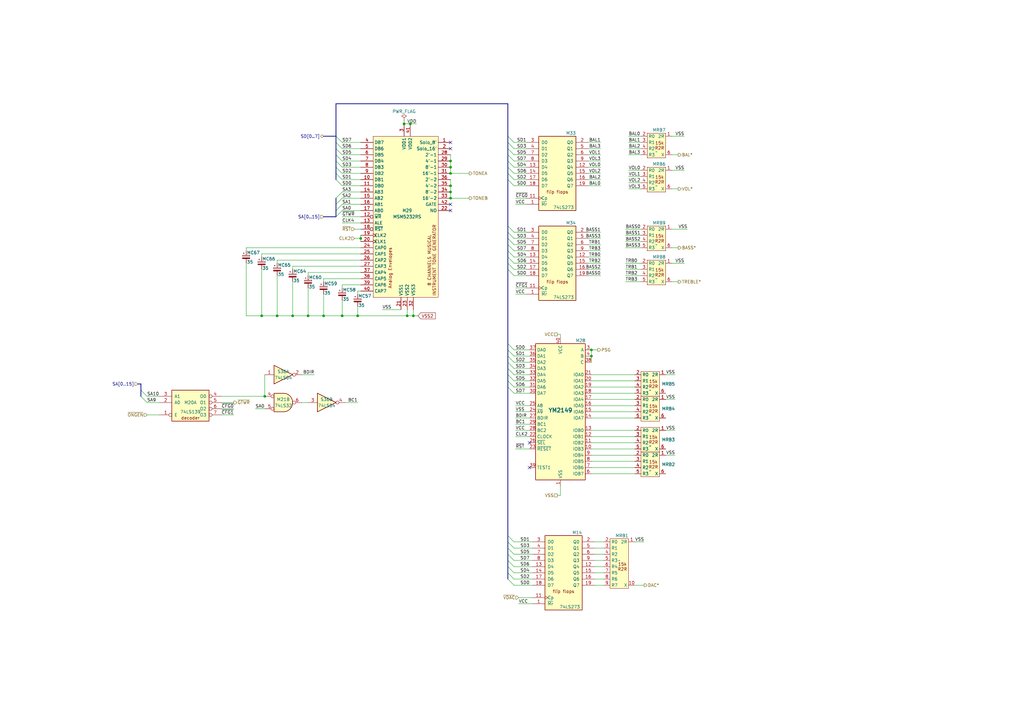
<source format=kicad_sch>
(kicad_sch (version 20231120) (generator "eeschema") (generator_version "8.0")
  (paper "A3")
  (title_block (title "Sound Generators") (date "2024-11-16") (company "JOTEGO") (comment 1 "www.patreon.com/jotego") (comment 2 "José Tejada"))
  (lib_symbols
    (symbol "Audio:YM2149"
      (property "Reference" "U" (at -10.16 29.21 0))
      (property "Value" "YM2149" (at 3.81 29.21 0))
      (symbol "YM2149_0_1"
        (rectangle (start -10.16 27.94) (end 10.16 -27.94) (stroke (width 0.254)) (fill (type background)))
      )
      (symbol "YM2149_1_1"
        (pin power_in line (at 0 -30.48 90) (length 2.54) (name "VSS") (number "1"))
        (pin bidirectional line (at 12.7 -15.24 180) (length 2.54) (name "IOB3") (number "10"))
        (pin bidirectional line (at 12.7 -12.7 180) (length 2.54) (name "IOB2") (number "11"))
        (pin bidirectional line (at 12.7 -10.16 180) (length 2.54) (name "IOB1") (number "12"))
        (pin bidirectional line (at 12.7 -7.62 180) (length 2.54) (name "IOB0") (number "13"))
        (pin bidirectional line (at 12.7 -2.54 180) (length 2.54) (name "IOA7") (number "14"))
        (pin bidirectional line (at 12.7 0 180) (length 2.54) (name "IOA6") (number "15"))
        (pin bidirectional line (at 12.7 2.54 180) (length 2.54) (name "IOA5") (number "16"))
        (pin bidirectional line (at 12.7 5.08 180) (length 2.54) (name "IOA4") (number "17"))
        (pin bidirectional line (at 12.7 7.62 180) (length 2.54) (name "IOA3") (number "18"))
        (pin bidirectional line (at 12.7 10.16 180) (length 2.54) (name "IOA2") (number "19"))
        (pin no_connect line (at -10.16 -17.78 0) (length 2.54) hide (name "NC") (number "2"))
        (pin bidirectional line (at 12.7 12.7 180) (length 2.54) (name "IOA1") (number "20"))
        (pin bidirectional line (at 12.7 15.24 180) (length 2.54) (name "IOA0") (number "21"))
        (pin input line (at -12.7 -10.16 0) (length 2.54) (name "CLOCK") (number "22"))
        (pin input line (at -12.7 -15.24 0) (length 2.54) (name "~{RESET}") (number "23"))
        (pin input line (at -12.7 0 0) (length 2.54) (name "~{A9}") (number "24"))
        (pin input line (at -12.7 2.54 0) (length 2.54) (name "A8") (number "25"))
        (pin input line (at -12.7 -12.7 0) (length 2.54) (name "~{SEL}") (number "26"))
        (pin input line (at -12.7 -2.54 0) (length 2.54) (name "BDIR") (number "27"))
        (pin input line (at -12.7 -7.62 0) (length 2.54) (name "BC2") (number "28"))
        (pin input line (at -12.7 -5.08 0) (length 2.54) (name "BC1") (number "29"))
        (pin output line (at 12.7 25.4 180) (length 2.54) (name "A") (number "3"))
        (pin bidirectional line (at -12.7 7.62 0) (length 2.54) (name "DA7") (number "30"))
        (pin bidirectional line (at -12.7 10.16 0) (length 2.54) (name "DA6") (number "31"))
        (pin bidirectional line (at -12.7 12.7 0) (length 2.54) (name "DA5") (number "32"))
        (pin bidirectional line (at -12.7 15.24 0) (length 2.54) (name "DA4") (number "33"))
        (pin bidirectional line (at -12.7 17.78 0) (length 2.54) (name "DA3") (number "34"))
        (pin bidirectional line (at -12.7 20.32 0) (length 2.54) (name "DA2") (number "35"))
        (pin bidirectional line (at -12.7 22.86 0) (length 2.54) (name "DA1") (number "36"))
        (pin bidirectional line (at -12.7 25.4 0) (length 2.54) (name "DA0") (number "37"))
        (pin output line (at 12.7 20.32 180) (length 2.54) (name "C") (number "38"))
        (pin passive line (at -12.7 -22.86 0) (length 2.54) (name "TEST1") (number "39"))
        (pin output line (at 12.7 22.86 180) (length 2.54) (name "B") (number "4"))
        (pin power_in line (at 0 30.48 270) (length 2.54) (name "VCC") (number "40"))
        (pin no_connect line (at -10.16 -20.32 0) (length 2.54) hide (name "NC") (number "5"))
        (pin bidirectional line (at 12.7 -25.4 180) (length 2.54) (name "IOB7") (number "6"))
        (pin bidirectional line (at 12.7 -22.86 180) (length 2.54) (name "IOB6") (number "7"))
        (pin bidirectional line (at 12.7 -20.32 180) (length 2.54) (name "IOB5") (number "8"))
        (pin bidirectional line (at 12.7 -17.78 180) (length 2.54) (name "IOB4") (number "9"))
      )
    )
    (symbol "Device:C_Polarized_Small" (pin_numbers hide) (pin_names (offset 0.254) hide)
      (property "Reference" "C" (at 0.254 1.778 0))
      (property "Value" "C_Polarized_Small" (at 0.254 -2.032 0))
      (symbol "C_Polarized_Small_0_1"
        (rectangle (start -1.524 -0.3048) (end 1.524 -0.6858) (fill (type outline)))
        (rectangle (start -1.524 0.6858) (end 1.524 0.3048))
        (polyline (pts (xy -1.27 1.524) (xy -0.762 1.524)))
        (polyline (pts (xy -1.016 1.27) (xy -1.016 1.778)))
      )
      (symbol "C_Polarized_Small_1_1"
        (pin passive line (at 0 2.54 270) (length 1.8542) (name "~") (number "1"))
        (pin passive line (at 0 -2.54 90) (length 1.8542) (name "~") (number "2"))
      )
    )
    (symbol "arcade:IAM1530A"
      (property "Reference" "U" (at 3.81 6.35 0))
      (symbol "IAM1530A_1_1"
        (rectangle (start -3.81 5.08) (end 3.81 -5.08) (fill (type background)))
        (text "15k\nR2R" (at 1.27 0 0) (effects (font (size 1.27 1.27))))
        (pin passive line (at 6.35 3.81 180) (length 2.54) (name "2R") (number "1"))
        (pin passive line (at -6.35 3.81 0) (length 2.54) (name "R0") (number "2"))
        (pin passive line (at -6.35 1.27 0) (length 2.54) (name "R1") (number "3"))
        (pin passive line (at -6.35 -1.27 0) (length 2.54) (name "R2") (number "4"))
        (pin passive line (at -6.35 -3.81 0) (length 2.54) (name "R3") (number "5"))
        (pin passive line (at 6.35 -3.81 180) (length 2.54) (name "X") (number "6"))
      )
    )
    (symbol "arcade:IAM1530D"
      (property "Reference" "U" (at 3.81 11.43 0))
      (symbol "IAM1530D_1_1"
        (rectangle (start -3.81 10.16) (end 3.81 -10.16) (fill (type background)))
        (text "15k\nR2R" (at 1.27 -1.27 0) (effects (font (size 1.27 1.27))))
        (pin passive line (at 6.35 8.89 180) (length 2.54) (name "2R") (number "1"))
        (pin passive line (at 6.35 -8.89 180) (length 2.54) (name "X") (number "10"))
        (pin passive line (at -6.35 8.89 0) (length 2.54) (name "R0") (number "2"))
        (pin passive line (at -6.35 6.35 0) (length 2.54) (name "R1") (number "3"))
        (pin passive line (at -6.35 3.81 0) (length 2.54) (name "R2") (number "4"))
        (pin passive line (at -6.35 1.27 0) (length 2.54) (name "R3") (number "5"))
        (pin passive line (at -6.35 -1.27 0) (length 2.54) (name "R4") (number "6"))
        (pin passive line (at -6.35 -3.81 0) (length 2.54) (name "R5") (number "7"))
        (pin passive line (at -6.35 -6.35 0) (length 2.54) (name "R6") (number "8"))
        (pin passive line (at -6.35 -8.89 0) (length 2.54) (name "R7") (number "9"))
      )
    )
    (symbol "jt74:74LS04" (pin_names (offset 1.016))
      (property "Reference" "U" (at -0.635 0 0))
      (property "Value" "74LS04" (at 0 -5.08 0))
      (symbol "74LS04_1_0"
        (polyline (pts (xy -3.81 3.81) (xy -3.81 -3.81) (xy 3.81 0) (xy -3.81 3.81)) (stroke (width 0.254)) (fill (type background)))
        (pin input line (at -7.62 0 0) (length 3.81) (name "~") (number "1"))
        (pin output inverted (at 7.62 0 180) (length 3.81) (name "~") (number "2"))
      )
      (symbol "74LS04_2_0"
        (polyline (pts (xy -3.81 3.81) (xy -3.81 -3.81) (xy 3.81 0) (xy -3.81 3.81)) (stroke (width 0.254)) (fill (type background)))
        (pin input line (at -7.62 0 0) (length 3.81) (name "~") (number "3"))
        (pin output inverted (at 7.62 0 180) (length 3.81) (name "~") (number "4"))
      )
      (symbol "74LS04_3_0"
        (polyline (pts (xy -3.81 3.81) (xy -3.81 -3.81) (xy 3.81 0) (xy -3.81 3.81)) (stroke (width 0.254)) (fill (type background)))
        (pin input line (at -7.62 0 0) (length 3.81) (name "~") (number "5"))
        (pin output inverted (at 7.62 0 180) (length 3.81) (name "~") (number "6"))
      )
      (symbol "74LS04_4_0"
        (polyline (pts (xy -3.81 3.81) (xy -3.81 -3.81) (xy 3.81 0) (xy -3.81 3.81)) (stroke (width 0.254)) (fill (type background)))
        (pin output inverted (at 7.62 0 180) (length 3.81) (name "~") (number "8"))
        (pin input line (at -7.62 0 0) (length 3.81) (name "~") (number "9"))
      )
      (symbol "74LS04_5_0"
        (polyline (pts (xy -3.81 3.81) (xy -3.81 -3.81) (xy 3.81 0) (xy -3.81 3.81)) (stroke (width 0.254)) (fill (type background)))
        (pin output inverted (at 7.62 0 180) (length 3.81) (name "~") (number "10"))
        (pin input line (at -7.62 0 0) (length 3.81) (name "~") (number "11"))
      )
      (symbol "74LS04_6_0"
        (polyline (pts (xy -3.81 3.81) (xy -3.81 -3.81) (xy 3.81 0) (xy -3.81 3.81)) (stroke (width 0.254)) (fill (type background)))
        (pin output inverted (at 7.62 0 180) (length 3.81) (name "~") (number "12"))
        (pin input line (at -7.62 0 0) (length 3.81) (name "~") (number "13"))
      )
      (symbol "74LS04_7_0"
        (pin power_in line (at 0 7.62 270) (length 5.08) hide (name "VCC") (number "14"))
        (pin power_in line (at 0 -7.62 90) (length 5.08) hide (name "VSS") (number "7"))
      )
      (symbol "74LS04_7_1"
        (rectangle (start -5.08 7.62) (end 5.08 -7.62) (stroke (width 0.254)) (fill (type background)))
        (text "+" (at 0 6.35 0) (effects (font (size 1.27 1.27))))
      )
    )
    (symbol "jt74:74LS139" (pin_names (offset 1.016))
      (property "Reference" "U" (at 0 1.27 0))
      (property "Value" "74LS139" (at 0 -1.27 0))
      (symbol "74LS139_0_0"
        (text "decoder" (at 0 -6.35 0) (effects (font (size 1.27 1.27))))
      )
      (symbol "74LS139_1_0"
        (pin input inverted (at -12.7 -5.08 0) (length 5.08) (name "E") (number "1"))
        (pin input line (at -12.7 0 0) (length 5.08) (name "A0") (number "2"))
        (pin input line (at -12.7 2.54 0) (length 5.08) (name "A1") (number "3"))
        (pin output inverted (at 12.7 2.54 180) (length 5.08) (name "O0") (number "4"))
        (pin output inverted (at 12.7 0 180) (length 5.08) (name "O1") (number "5"))
        (pin output inverted (at 12.7 -2.54 180) (length 5.08) (name "O2") (number "6"))
        (pin output inverted (at 12.7 -5.08 180) (length 5.08) (name "O3") (number "7"))
      )
      (symbol "74LS139_1_1"
        (rectangle (start -7.62 5.08) (end 7.62 -7.62) (stroke (width 0.254)) (fill (type background)))
      )
      (symbol "74LS139_2_0"
        (pin output inverted (at 12.7 -2.54 180) (length 5.08) (name "O2") (number "10"))
        (pin output inverted (at 12.7 0 180) (length 5.08) (name "O1") (number "11"))
        (pin output inverted (at 12.7 2.54 180) (length 5.08) (name "O0") (number "12"))
        (pin input line (at -12.7 2.54 0) (length 5.08) (name "A1") (number "13"))
        (pin input line (at -12.7 0 0) (length 5.08) (name "A0") (number "14"))
        (pin input inverted (at -12.7 -5.08 0) (length 5.08) (name "E") (number "15"))
        (pin output inverted (at 12.7 -5.08 180) (length 5.08) (name "O3") (number "9"))
      )
      (symbol "74LS139_2_1"
        (rectangle (start -7.62 5.08) (end 7.62 -7.62) (stroke (width 0.254)) (fill (type background)))
      )
      (symbol "74LS139_3_0"
        (pin power_in line (at 0 7.62 270) (length 5.08) hide (name "VCC") (number "16"))
        (pin power_in line (at 0 -7.62 90) (length 5.08) hide (name "VSS") (number "8"))
      )
      (symbol "74LS139_3_1"
        (rectangle (start -5.08 7.62) (end 5.08 -7.62) (stroke (width 0.254)) (fill (type background)))
        (text "+" (at 0 6.35 0) (effects (font (size 1.27 1.27))))
      )
    )
    (symbol "jt74:74LS273" (pin_names (offset 1.016))
      (property "Reference" "U" (at 6.35 16.51 0))
      (property "Value" "74LS273" (at 2.54 -13.97 0))
      (symbol "74LS273_0_0"
        (text "flip flops" (at 0 -7.62 0) (effects (font (size 1.27 1.27))))
      )
      (symbol "74LS273_1_0"
        (pin input line (at -12.7 -12.7 0) (length 5.08) (name "~{Mr}") (number "1"))
        (pin input clock (at -12.7 -10.16 0) (length 5.08) (name "Cp") (number "11"))
        (pin output line (at 12.7 2.54 180) (length 5.08) (name "Q4") (number "12"))
        (pin input line (at -12.7 2.54 0) (length 5.08) (name "D4") (number "13"))
        (pin input line (at -12.7 0 0) (length 5.08) (name "D5") (number "14"))
        (pin output line (at 12.7 0 180) (length 5.08) (name "Q5") (number "15"))
        (pin output line (at 12.7 -2.54 180) (length 5.08) (name "Q6") (number "16"))
        (pin input line (at -12.7 -2.54 0) (length 5.08) (name "D6") (number "17"))
        (pin input line (at -12.7 -5.08 0) (length 5.08) (name "D7") (number "18"))
        (pin output line (at 12.7 -5.08 180) (length 5.08) (name "Q7") (number "19"))
        (pin output line (at 12.7 12.7 180) (length 5.08) (name "Q0") (number "2"))
        (pin input line (at -12.7 12.7 0) (length 5.08) (name "D0") (number "3"))
        (pin input line (at -12.7 10.16 0) (length 5.08) (name "D1") (number "4"))
        (pin output line (at 12.7 10.16 180) (length 5.08) (name "Q1") (number "5"))
        (pin output line (at 12.7 7.62 180) (length 5.08) (name "Q2") (number "6"))
        (pin input line (at -12.7 7.62 0) (length 5.08) (name "D2") (number "7"))
        (pin input line (at -12.7 5.08 0) (length 5.08) (name "D3") (number "8"))
        (pin output line (at 12.7 5.08 180) (length 5.08) (name "Q3") (number "9"))
      )
      (symbol "74LS273_1_1"
        (rectangle (start -7.62 15.24) (end 7.62 -15.24) (stroke (width 0.254)) (fill (type background)))
      )
    )
    (symbol "jt74:74LS32" (pin_names (offset 1.016))
      (property "Reference" "U" (at 0 1.27 0))
      (property "Value" "74LS32" (at 0 -1.27 0))
      (symbol "74LS32_1_1"
        (arc (start -3.81 -3.81) (mid -2.589 0) (end -3.81 3.81) (stroke (width 0.254)))
        (arc (start -0.6096 -3.81) (mid 2.1842 -2.5851) (end 3.81 0) (stroke (width 0.254)) (fill (type background)))
        (polyline (pts (xy -3.81 -3.81) (xy -0.635 -3.81)) (stroke (width 0.254)) (fill (type background)))
        (polyline (pts (xy -3.81 3.81) (xy -0.635 3.81)) (stroke (width 0.254)) (fill (type background)))
        (polyline (pts (xy -0.635 3.81) (xy -3.81 3.81) (xy -3.81 3.81) (xy -3.556 3.4036) (xy -3.0226 2.2606) (xy -2.6924 1.0414) (xy -2.6162 -0.254) (xy -2.7686 -1.4986) (xy -3.175 -2.7178) (xy -3.81 -3.81) (xy -3.81 -3.81) (xy -0.635 -3.81)) (stroke (width -25.4)) (fill (type background)))
        (arc (start 3.81 0) (mid 2.1915 2.5936) (end -0.6096 3.81) (stroke (width 0.254)) (fill (type background)))
        (pin input line (at -7.62 2.54 0) (length 4.318) (name "~") (number "1"))
        (pin input line (at -7.62 -2.54 0) (length 4.318) (name "~") (number "2"))
        (pin output line (at 7.62 0 180) (length 3.81) (name "~") (number "3"))
      )
      (symbol "74LS32_1_2"
        (arc (start 0 -3.81) (mid 3.7934 0) (end 0 3.81) (stroke (width 0.254)) (fill (type background)))
        (polyline (pts (xy 0 3.81) (xy -3.81 3.81) (xy -3.81 -3.81) (xy 0 -3.81)) (stroke (width 0.254)) (fill (type background)))
        (pin input inverted (at -7.62 2.54 0) (length 3.81) (name "~") (number "1"))
        (pin input inverted (at -7.62 -2.54 0) (length 3.81) (name "~") (number "2"))
        (pin output inverted (at 7.62 0 180) (length 3.81) (name "~") (number "3"))
      )
      (symbol "74LS32_2_1"
        (arc (start -3.81 -3.81) (mid -2.589 0) (end -3.81 3.81) (stroke (width 0.254)))
        (arc (start -0.6096 -3.81) (mid 2.1842 -2.5851) (end 3.81 0) (stroke (width 0.254)) (fill (type background)))
        (polyline (pts (xy -3.81 -3.81) (xy -0.635 -3.81)) (stroke (width 0.254)) (fill (type background)))
        (polyline (pts (xy -3.81 3.81) (xy -0.635 3.81)) (stroke (width 0.254)) (fill (type background)))
        (polyline (pts (xy -0.635 3.81) (xy -3.81 3.81) (xy -3.81 3.81) (xy -3.556 3.4036) (xy -3.0226 2.2606) (xy -2.6924 1.0414) (xy -2.6162 -0.254) (xy -2.7686 -1.4986) (xy -3.175 -2.7178) (xy -3.81 -3.81) (xy -3.81 -3.81) (xy -0.635 -3.81)) (stroke (width -25.4)) (fill (type background)))
        (arc (start 3.81 0) (mid 2.1915 2.5936) (end -0.6096 3.81) (stroke (width 0.254)) (fill (type background)))
        (pin input line (at -7.62 2.54 0) (length 4.318) (name "~") (number "4"))
        (pin input line (at -7.62 -2.54 0) (length 4.318) (name "~") (number "5"))
        (pin output line (at 7.62 0 180) (length 3.81) (name "~") (number "6"))
      )
      (symbol "74LS32_2_2"
        (arc (start 0 -3.81) (mid 3.7934 0) (end 0 3.81) (stroke (width 0.254)) (fill (type background)))
        (polyline (pts (xy 0 3.81) (xy -3.81 3.81) (xy -3.81 -3.81) (xy 0 -3.81)) (stroke (width 0.254)) (fill (type background)))
        (pin input inverted (at -7.62 2.54 0) (length 3.81) (name "~") (number "4"))
        (pin input inverted (at -7.62 -2.54 0) (length 3.81) (name "~") (number "5"))
        (pin output inverted (at 7.62 0 180) (length 3.81) (name "~") (number "6"))
      )
      (symbol "74LS32_3_1"
        (arc (start -3.81 -3.81) (mid -2.589 0) (end -3.81 3.81) (stroke (width 0.254)))
        (arc (start -0.6096 -3.81) (mid 2.1842 -2.5851) (end 3.81 0) (stroke (width 0.254)) (fill (type background)))
        (polyline (pts (xy -3.81 -3.81) (xy -0.635 -3.81)) (stroke (width 0.254)) (fill (type background)))
        (polyline (pts (xy -3.81 3.81) (xy -0.635 3.81)) (stroke (width 0.254)) (fill (type background)))
        (polyline (pts (xy -0.635 3.81) (xy -3.81 3.81) (xy -3.81 3.81) (xy -3.556 3.4036) (xy -3.0226 2.2606) (xy -2.6924 1.0414) (xy -2.6162 -0.254) (xy -2.7686 -1.4986) (xy -3.175 -2.7178) (xy -3.81 -3.81) (xy -3.81 -3.81) (xy -0.635 -3.81)) (stroke (width -25.4)) (fill (type background)))
        (arc (start 3.81 0) (mid 2.1915 2.5936) (end -0.6096 3.81) (stroke (width 0.254)) (fill (type background)))
        (pin input line (at -7.62 -2.54 0) (length 4.318) (name "~") (number "10"))
        (pin output line (at 7.62 0 180) (length 3.81) (name "~") (number "8"))
        (pin input line (at -7.62 2.54 0) (length 4.318) (name "~") (number "9"))
      )
      (symbol "74LS32_3_2"
        (arc (start 0 -3.81) (mid 3.7934 0) (end 0 3.81) (stroke (width 0.254)) (fill (type background)))
        (polyline (pts (xy 0 3.81) (xy -3.81 3.81) (xy -3.81 -3.81) (xy 0 -3.81)) (stroke (width 0.254)) (fill (type background)))
        (pin input inverted (at -7.62 -2.54 0) (length 3.81) (name "~") (number "10"))
        (pin output inverted (at 7.62 0 180) (length 3.81) (name "~") (number "8"))
        (pin input inverted (at -7.62 2.54 0) (length 3.81) (name "~") (number "9"))
      )
      (symbol "74LS32_4_1"
        (arc (start -3.81 -3.81) (mid -2.589 0) (end -3.81 3.81) (stroke (width 0.254)))
        (arc (start -0.6096 -3.81) (mid 2.1842 -2.5851) (end 3.81 0) (stroke (width 0.254)) (fill (type background)))
        (polyline (pts (xy -3.81 -3.81) (xy -0.635 -3.81)) (stroke (width 0.254)) (fill (type background)))
        (polyline (pts (xy -3.81 3.81) (xy -0.635 3.81)) (stroke (width 0.254)) (fill (type background)))
        (polyline (pts (xy -0.635 3.81) (xy -3.81 3.81) (xy -3.81 3.81) (xy -3.556 3.4036) (xy -3.0226 2.2606) (xy -2.6924 1.0414) (xy -2.6162 -0.254) (xy -2.7686 -1.4986) (xy -3.175 -2.7178) (xy -3.81 -3.81) (xy -3.81 -3.81) (xy -0.635 -3.81)) (stroke (width -25.4)) (fill (type background)))
        (arc (start 3.81 0) (mid 2.1915 2.5936) (end -0.6096 3.81) (stroke (width 0.254)) (fill (type background)))
        (pin output line (at 7.62 0 180) (length 3.81) (name "~") (number "11"))
        (pin input line (at -7.62 2.54 0) (length 4.318) (name "~") (number "12"))
        (pin input line (at -7.62 -2.54 0) (length 4.318) (name "~") (number "13"))
      )
      (symbol "74LS32_4_2"
        (arc (start 0 -3.81) (mid 3.7934 0) (end 0 3.81) (stroke (width 0.254)) (fill (type background)))
        (polyline (pts (xy 0 3.81) (xy -3.81 3.81) (xy -3.81 -3.81) (xy 0 -3.81)) (stroke (width 0.254)) (fill (type background)))
        (pin output inverted (at 7.62 0 180) (length 3.81) (name "~") (number "11"))
        (pin input inverted (at -7.62 2.54 0) (length 3.81) (name "~") (number "12"))
        (pin input inverted (at -7.62 -2.54 0) (length 3.81) (name "~") (number "13"))
      )
      (symbol "74LS32_5_0"
        (pin power_in line (at 0 7.62 270) (length 5.08) hide (name "VCC") (number "14"))
        (pin power_in line (at 0 -7.62 90) (length 5.08) hide (name "VSS") (number "7"))
      )
      (symbol "74LS32_5_1"
        (rectangle (start -5.08 7.62) (end 5.08 -7.62) (stroke (width 0.254)) (fill (type background)))
        (text "+" (at 0 6.35 0) (effects (font (size 1.27 1.27))))
      )
    )
    (symbol "oki:MSM5232RS"
      (property "Reference" "U" (at 0 2.54 0))
      (property "Value" "MSM5232RS" (at 0 0 0))
      (symbol "MSM5232RS_1_1"
        (rectangle (start -13.97 33.02) (end 12.7 -33.02) (fill (type background)))
        (text "8 CHANNELS MUSICAL\nINSTRUMENT TONE GENERATOR" (at 10.16 -17.78 900) (effects (font (size 1.27 1.27))))
        (text "Analog Envelopes" (at -6.985 -20.955 900) (effects (font (size 1.27 1.27))))
        (pin output line (at 17.78 30.48 180) (length 5.08) (name "Solo_8'") (number "1"))
        (pin input line (at -19.05 15.24 0) (length 5.08) (name "DB1") (number "10"))
        (pin input line (at -19.05 12.7 0) (length 5.08) (name "DB0") (number "11"))
        (pin input inverted (at -19.05 0 0) (length 5.08) (name "~{WR}") (number "12"))
        (pin input line (at -19.05 -2.54 0) (length 5.08) (name "ALE") (number "13"))
        (pin input line (at -19.05 10.16 0) (length 5.08) (name "AB3") (number "14"))
        (pin input line (at -19.05 7.62 0) (length 5.08) (name "AB2") (number "15"))
        (pin input line (at -19.05 5.08 0) (length 5.08) (name "AB1") (number "16"))
        (pin input line (at -19.05 2.54 0) (length 5.08) (name "AB0") (number "17"))
        (pin input inverted (at -19.05 -5.08 0) (length 5.08) (name "~{RST}") (number "18"))
        (pin input clock (at -19.05 -7.62 0) (length 5.08) (name "CLK2") (number "19"))
        (pin output line (at 17.78 27.94 180) (length 5.08) (name "Solo_16'") (number "2"))
        (pin input clock (at -19.05 -10.16 0) (length 5.08) (name "CLK1") (number "20"))
        (pin power_in line (at -2.54 -38.1 90) (length 5.08) (name "VSS1") (number "21"))
        (pin output line (at 17.78 2.54 180) (length 5.08) (name "NO") (number "22"))
        (pin power_in line (at 0 -38.1 90) (length 5.08) (name "VSS2") (number "23"))
        (pin input line (at -19.05 -12.7 0) (length 5.08) (name "CAP0") (number "24"))
        (pin input line (at -19.05 -15.24 0) (length 5.08) (name "CAP1") (number "25"))
        (pin input line (at -19.05 -17.78 0) (length 5.08) (name "CAP2") (number "26"))
        (pin input line (at -19.05 -20.32 0) (length 5.08) (name "CAP3") (number "27"))
        (pin output line (at 17.78 25.4 180) (length 5.08) (name "2'-1") (number "28"))
        (pin output line (at 17.78 22.86 180) (length 5.08) (name "4'-1") (number "29"))
        (pin power_in line (at -1.27 38.1 270) (length 5.08) (name "VDD1") (number "3"))
        (pin output line (at 17.78 20.32 180) (length 5.08) (name "8'-1") (number "30"))
        (pin output line (at 17.78 17.78 180) (length 5.08) (name "16'-1") (number "31"))
        (pin power_in line (at 2.54 -38.1 90) (length 5.08) (name "VSS3") (number "32"))
        (pin output line (at 17.78 7.62 180) (length 5.08) (name "16'-2") (number "33"))
        (pin output line (at 17.78 10.16 180) (length 5.08) (name "8'-2") (number "34"))
        (pin output line (at 17.78 12.7 180) (length 5.08) (name "4'-2") (number "35"))
        (pin output line (at 17.78 15.24 180) (length 5.08) (name "2'-2") (number "36"))
        (pin input line (at -19.05 -22.86 0) (length 5.08) (name "CAP4") (number "37"))
        (pin input line (at -19.05 -25.4 0) (length 5.08) (name "CAP5") (number "38"))
        (pin input line (at -19.05 -27.94 0) (length 5.08) (name "CAP6") (number "39"))
        (pin input line (at -19.05 30.48 0) (length 5.08) (name "DB7") (number "4"))
        (pin input line (at -19.05 -30.48 0) (length 5.08) (name "CAP7") (number "40"))
        (pin power_in line (at 1.27 38.1 270) (length 5.08) (name "VDD2") (number "41"))
        (pin output line (at 17.78 5.08 180) (length 5.08) (name "GATE") (number "42"))
        (pin input line (at -19.05 27.94 0) (length 5.08) (name "DB6") (number "5"))
        (pin input line (at -19.05 25.4 0) (length 5.08) (name "DB5") (number "6"))
        (pin input line (at -19.05 22.86 0) (length 5.08) (name "DB4") (number "7"))
        (pin input line (at -19.05 20.32 0) (length 5.08) (name "DB3") (number "8"))
        (pin input line (at -19.05 17.78 0) (length 5.08) (name "DB2") (number "9"))
      )
    )
    (symbol "power:PWR_FLAG" (power) (pin_numbers hide) (pin_names (offset 0) hide)
      (property "Value" "PWR_FLAG" (at 0 3.81 0))
      (symbol "PWR_FLAG_0_0"
        (pin power_out line (at 0 0 90) (length 0) (name "pwr") (number "1"))
      )
      (symbol "PWR_FLAG_0_1"
        (polyline (pts (xy 0 0) (xy 0 1.27) (xy -1.016 1.905) (xy 0 2.54) (xy 1.016 1.905) (xy 0 1.27)))
      )
    )
  )
  (junction (at 167.005 129.54))
  (junction (at 113.665 129.54))
  (junction (at 242.57 146.05))
  (junction (at 126.365 129.54))
  (junction (at 184.785 78.74))
  (junction (at 184.785 68.58))
  (junction (at 242.57 143.51))
  (junction (at 146.685 129.54))
  (junction (at 184.785 71.12))
  (junction (at 184.785 81.28))
  (junction (at 184.785 76.2))
  (junction (at 132.715 129.54))
  (junction (at 168.275 50.8))
  (junction (at 147.955 97.79))
  (junction (at 140.335 129.54))
  (junction (at 165.735 50.8))
  (junction (at 120.015 129.54))
  (junction (at 169.545 129.54))
  (junction (at 108.585 162.56))
  (junction (at 184.785 66.04))
  (junction (at 107.315 129.54))
  (no_connect (at 184.785 60.96))
  (no_connect (at 184.785 83.82))
  (no_connect (at 184.785 58.42))
  (no_connect (at 217.17 191.77))
  (no_connect (at 217.17 181.61))
  (no_connect (at 184.785 86.36))
  (bus_entry (at 208.28 105.41) (size 2.54 2.54))
  (bus_entry (at 57.785 160.02) (size 2.54 2.54))
  (bus_entry (at 208.28 219.71) (size 2.54 2.54))
  (bus_entry (at 208.28 234.95) (size 2.54 2.54))
  (bus_entry (at 208.28 58.42) (size 2.54 2.54))
  (bus_entry (at 208.28 237.49) (size 2.54 2.54))
  (bus_entry (at 140.335 86.36) (size -2.54 2.54))
  (bus_entry (at 208.28 55.88) (size 2.54 2.54))
  (bus_entry (at 208.28 107.95) (size 2.54 2.54))
  (bus_entry (at 208.28 227.33) (size 2.54 2.54))
  (bus_entry (at 208.28 60.96) (size 2.54 2.54))
  (bus_entry (at 140.335 73.66) (size -2.54 -2.54))
  (bus_entry (at 208.28 92.71) (size 2.54 2.54))
  (bus_entry (at 140.335 71.12) (size -2.54 -2.54))
  (bus_entry (at 208.28 63.5) (size 2.54 2.54))
  (bus_entry (at 208.28 73.66) (size 2.54 2.54))
  (bus_entry (at 208.28 158.75) (size 2.54 2.54))
  (bus_entry (at 208.28 140.97) (size 2.54 2.54))
  (bus_entry (at 208.28 153.67) (size 2.54 2.54))
  (bus_entry (at 208.28 95.25) (size 2.54 2.54))
  (bus_entry (at 208.28 151.13) (size 2.54 2.54))
  (bus_entry (at 208.28 146.05) (size 2.54 2.54))
  (bus_entry (at 208.28 71.12) (size 2.54 2.54))
  (bus_entry (at 208.28 97.79) (size 2.54 2.54))
  (bus_entry (at 208.28 66.04) (size 2.54 2.54))
  (bus_entry (at 140.335 60.96) (size -2.54 -2.54))
  (bus_entry (at 140.335 66.04) (size -2.54 -2.54))
  (bus_entry (at 208.28 156.21) (size 2.54 2.54))
  (bus_entry (at 208.28 143.51) (size 2.54 2.54))
  (bus_entry (at 140.335 68.58) (size -2.54 -2.54))
  (bus_entry (at 140.335 78.74) (size -2.54 2.54))
  (bus_entry (at 140.335 63.5) (size -2.54 -2.54))
  (bus_entry (at 208.28 229.87) (size 2.54 2.54))
  (bus_entry (at 208.28 148.59) (size 2.54 2.54))
  (bus_entry (at 140.335 76.2) (size -2.54 -2.54))
  (bus_entry (at 208.28 110.49) (size 2.54 2.54))
  (bus_entry (at 208.28 68.58) (size 2.54 2.54))
  (bus_entry (at 140.335 58.42) (size -2.54 -2.54))
  (bus_entry (at 208.28 232.41) (size 2.54 2.54))
  (bus_entry (at 208.28 102.87) (size 2.54 2.54))
  (bus_entry (at 140.335 83.82) (size -2.54 2.54))
  (bus_entry (at 208.28 224.79) (size 2.54 2.54))
  (bus_entry (at 208.28 222.25) (size 2.54 2.54))
  (bus_entry (at 208.28 100.33) (size 2.54 2.54))
  (bus_entry (at 140.335 81.28) (size -2.54 2.54))
  (bus_entry (at 57.785 162.56) (size 2.54 2.54))
  (wire (pts (xy 228.6 137.16) (xy 229.87 137.16)))
  (bus (pts (xy 137.795 55.88) (xy 137.795 58.42)))
  (wire (pts (xy 215.9 107.95) (xy 210.82 107.95)))
  (wire (pts (xy 147.955 97.79) (xy 147.955 99.06)))
  (wire (pts (xy 217.17 146.05) (xy 210.82 146.05)))
  (bus (pts (xy 208.28 153.67) (xy 208.28 156.21)))
  (wire (pts (xy 257.81 77.47) (xy 262.89 77.47)))
  (wire (pts (xy 241.3 63.5) (xy 246.38 63.5)))
  (wire (pts (xy 242.57 168.91) (xy 260.35 168.91)))
  (bus (pts (xy 132.715 88.9) (xy 137.795 88.9)))
  (wire (pts (xy 256.54 107.95) (xy 262.89 107.95)))
  (bus (pts (xy 208.28 158.75) (xy 208.28 219.71)))
  (wire (pts (xy 243.84 224.79) (xy 247.65 224.79)))
  (wire (pts (xy 242.57 181.61) (xy 260.35 181.61)))
  (wire (pts (xy 140.335 86.36) (xy 147.955 86.36)))
  (wire (pts (xy 256.54 93.98) (xy 262.89 93.98)))
  (bus (pts (xy 208.28 222.25) (xy 208.28 224.79)))
  (wire (pts (xy 218.44 237.49) (xy 210.82 237.49)))
  (wire (pts (xy 140.335 91.44) (xy 147.955 91.44)))
  (wire (pts (xy 217.17 151.13) (xy 210.82 151.13)))
  (wire (pts (xy 210.82 229.87) (xy 218.44 229.87)))
  (wire (pts (xy 184.785 71.12) (xy 184.785 68.58)))
  (wire (pts (xy 243.84 222.25) (xy 247.65 222.25)))
  (wire (pts (xy 90.805 165.1) (xy 95.885 165.1)))
  (bus (pts (xy 137.795 60.96) (xy 137.795 58.42)))
  (wire (pts (xy 120.015 109.22) (xy 147.955 109.22)))
  (wire (pts (xy 120.015 129.54) (xy 120.015 115.57)))
  (wire (pts (xy 113.665 129.54) (xy 107.315 129.54)))
  (wire (pts (xy 256.54 110.49) (xy 262.89 110.49)))
  (wire (pts (xy 100.965 101.6) (xy 147.955 101.6)))
  (wire (pts (xy 132.715 114.3) (xy 147.955 114.3)))
  (wire (pts (xy 210.82 153.67) (xy 217.17 153.67)))
  (wire (pts (xy 140.335 76.2) (xy 147.955 76.2)))
  (wire (pts (xy 242.57 143.51) (xy 242.57 146.05)))
  (bus (pts (xy 208.28 102.87) (xy 208.28 100.33)))
  (wire (pts (xy 211.455 168.91) (xy 217.17 168.91)))
  (bus (pts (xy 208.28 234.95) (xy 208.28 237.49)))
  (wire (pts (xy 215.9 81.28) (xy 211.455 81.28)))
  (bus (pts (xy 208.28 71.12) (xy 208.28 73.66)))
  (bus (pts (xy 208.28 143.51) (xy 208.28 146.05)))
  (wire (pts (xy 132.715 114.3) (xy 132.715 115.57)))
  (wire (pts (xy 184.785 71.12) (xy 192.405 71.12)))
  (wire (pts (xy 243.84 227.33) (xy 247.65 227.33)))
  (wire (pts (xy 280.67 55.88) (xy 275.59 55.88)))
  (wire (pts (xy 275.59 115.57) (xy 278.13 115.57)))
  (wire (pts (xy 140.335 123.19) (xy 140.335 129.54)))
  (wire (pts (xy 210.82 110.49) (xy 215.9 110.49)))
  (wire (pts (xy 169.545 127) (xy 169.545 129.54)))
  (bus (pts (xy 208.28 95.25) (xy 208.28 97.79)))
  (wire (pts (xy 211.455 184.15) (xy 217.17 184.15)))
  (wire (pts (xy 145.415 93.98) (xy 147.955 93.98)))
  (wire (pts (xy 242.57 176.53) (xy 260.35 176.53)))
  (wire (pts (xy 241.3 110.49) (xy 246.38 110.49)))
  (wire (pts (xy 140.335 73.66) (xy 147.955 73.66)))
  (wire (pts (xy 211.455 166.37) (xy 217.17 166.37)))
  (wire (pts (xy 140.335 68.58) (xy 147.955 68.58)))
  (wire (pts (xy 140.335 81.28) (xy 147.955 81.28)))
  (wire (pts (xy 113.665 106.68) (xy 147.955 106.68)))
  (wire (pts (xy 242.57 194.31) (xy 260.35 194.31)))
  (wire (pts (xy 243.84 240.03) (xy 247.65 240.03)))
  (wire (pts (xy 146.685 129.54) (xy 146.685 125.73)))
  (wire (pts (xy 107.315 104.14) (xy 147.955 104.14)))
  (wire (pts (xy 215.9 58.42) (xy 210.82 58.42)))
  (wire (pts (xy 241.3 66.04) (xy 246.38 66.04)))
  (wire (pts (xy 276.86 186.69) (xy 273.05 186.69)))
  (wire (pts (xy 212.725 245.11) (xy 218.44 245.11)))
  (wire (pts (xy 241.3 95.25) (xy 246.38 95.25)))
  (wire (pts (xy 128.905 153.67) (xy 123.825 153.67)))
  (wire (pts (xy 212.725 247.65) (xy 218.44 247.65)))
  (wire (pts (xy 257.81 69.85) (xy 262.89 69.85)))
  (bus (pts (xy 137.795 73.66) (xy 137.795 71.12)))
  (wire (pts (xy 120.015 109.22) (xy 120.015 110.49)))
  (wire (pts (xy 126.365 129.54) (xy 126.365 118.11)))
  (wire (pts (xy 90.805 162.56) (xy 108.585 162.56)))
  (bus (pts (xy 208.28 66.04) (xy 208.28 68.58)))
  (wire (pts (xy 215.9 105.41) (xy 210.82 105.41)))
  (wire (pts (xy 60.325 162.56) (xy 65.405 162.56)))
  (wire (pts (xy 215.9 76.2) (xy 210.82 76.2)))
  (wire (pts (xy 113.665 129.54) (xy 120.015 129.54)))
  (wire (pts (xy 228.6 203.2) (xy 229.87 203.2)))
  (wire (pts (xy 167.005 127) (xy 167.005 129.54)))
  (wire (pts (xy 243.84 232.41) (xy 247.65 232.41)))
  (wire (pts (xy 218.44 232.41) (xy 210.82 232.41)))
  (wire (pts (xy 146.685 119.38) (xy 146.685 120.65)))
  (wire (pts (xy 211.455 176.53) (xy 217.17 176.53)))
  (wire (pts (xy 126.365 129.54) (xy 120.015 129.54)))
  (wire (pts (xy 256.54 113.03) (xy 262.89 113.03)))
  (wire (pts (xy 242.57 179.07) (xy 260.35 179.07)))
  (wire (pts (xy 140.335 83.82) (xy 147.955 83.82)))
  (wire (pts (xy 145.415 97.79) (xy 147.955 97.79)))
  (wire (pts (xy 147.955 96.52) (xy 147.955 97.79)))
  (wire (pts (xy 184.785 73.66) (xy 184.785 76.2)))
  (wire (pts (xy 210.82 143.51) (xy 217.17 143.51)))
  (wire (pts (xy 141.605 165.1) (xy 146.685 165.1)))
  (wire (pts (xy 184.785 81.28) (xy 184.785 78.74)))
  (wire (pts (xy 104.775 167.64) (xy 108.585 167.64)))
  (wire (pts (xy 242.57 171.45) (xy 260.35 171.45)))
  (wire (pts (xy 241.3 71.12) (xy 246.38 71.12)))
  (wire (pts (xy 275.59 63.5) (xy 278.13 63.5)))
  (wire (pts (xy 257.81 74.93) (xy 262.89 74.93)))
  (wire (pts (xy 229.87 137.16) (xy 229.87 138.43)))
  (bus (pts (xy 208.28 105.41) (xy 208.28 107.95)))
  (wire (pts (xy 211.455 120.65) (xy 215.9 120.65)))
  (bus (pts (xy 57.785 157.48) (xy 57.785 160.02)))
  (wire (pts (xy 257.81 58.42) (xy 262.89 58.42)))
  (wire (pts (xy 215.9 102.87) (xy 210.82 102.87)))
  (wire (pts (xy 60.325 165.1) (xy 65.405 165.1)))
  (wire (pts (xy 140.335 88.9) (xy 147.955 88.9)))
  (bus (pts (xy 208.28 148.59) (xy 208.28 151.13)))
  (wire (pts (xy 184.785 63.5) (xy 184.785 66.04)))
  (bus (pts (xy 137.795 55.88) (xy 137.795 42.545)))
  (wire (pts (xy 211.455 83.82) (xy 215.9 83.82)))
  (wire (pts (xy 280.67 107.95) (xy 275.59 107.95)))
  (wire (pts (xy 257.81 72.39) (xy 262.89 72.39)))
  (wire (pts (xy 215.9 68.58) (xy 210.82 68.58)))
  (bus (pts (xy 208.28 42.545) (xy 208.28 55.88)))
  (wire (pts (xy 168.275 50.8) (xy 170.815 50.8)))
  (wire (pts (xy 184.785 76.2) (xy 184.785 78.74)))
  (bus (pts (xy 208.28 68.58) (xy 208.28 71.12)))
  (wire (pts (xy 147.955 116.84) (xy 140.335 116.84)))
  (wire (pts (xy 241.3 58.42) (xy 246.38 58.42)))
  (bus (pts (xy 208.28 140.97) (xy 208.28 143.51)))
  (wire (pts (xy 257.81 63.5) (xy 262.89 63.5)))
  (bus (pts (xy 208.28 146.05) (xy 208.28 148.59)))
  (wire (pts (xy 241.3 76.2) (xy 246.38 76.2)))
  (wire (pts (xy 107.315 110.49) (xy 107.315 129.54)))
  (wire (pts (xy 243.84 237.49) (xy 247.65 237.49)))
  (wire (pts (xy 242.57 161.29) (xy 260.35 161.29)))
  (wire (pts (xy 184.785 66.04) (xy 184.785 68.58)))
  (wire (pts (xy 241.3 105.41) (xy 246.38 105.41)))
  (wire (pts (xy 169.545 129.54) (xy 171.45 129.54)))
  (wire (pts (xy 241.3 102.87) (xy 246.38 102.87)))
  (wire (pts (xy 276.86 163.83) (xy 273.05 163.83)))
  (wire (pts (xy 210.82 224.79) (xy 218.44 224.79)))
  (bus (pts (xy 137.795 66.04) (xy 137.795 63.5)))
  (wire (pts (xy 242.57 156.21) (xy 260.35 156.21)))
  (bus (pts (xy 208.28 73.66) (xy 208.28 92.71)))
  (wire (pts (xy 280.67 69.85) (xy 275.59 69.85)))
  (bus (pts (xy 137.795 86.36) (xy 137.795 88.9)))
  (wire (pts (xy 242.57 189.23) (xy 260.35 189.23)))
  (wire (pts (xy 210.82 222.25) (xy 218.44 222.25)))
  (wire (pts (xy 140.335 66.04) (xy 147.955 66.04)))
  (wire (pts (xy 215.9 97.79) (xy 210.82 97.79)))
  (wire (pts (xy 90.805 167.64) (xy 95.885 167.64)))
  (wire (pts (xy 140.335 116.84) (xy 140.335 118.11)))
  (bus (pts (xy 137.795 68.58) (xy 137.795 66.04)))
  (wire (pts (xy 100.965 107.95) (xy 100.965 129.54)))
  (wire (pts (xy 147.955 111.76) (xy 126.365 111.76)))
  (bus (pts (xy 208.28 224.79) (xy 208.28 227.33)))
  (bus (pts (xy 208.28 63.5) (xy 208.28 60.96)))
  (bus (pts (xy 208.28 110.49) (xy 208.28 140.97)))
  (wire (pts (xy 108.585 153.67) (xy 108.585 162.56)))
  (wire (pts (xy 100.965 102.87) (xy 100.965 101.6)))
  (wire (pts (xy 167.005 129.54) (xy 169.545 129.54)))
  (wire (pts (xy 132.715 129.54) (xy 126.365 129.54)))
  (bus (pts (xy 208.28 102.87) (xy 208.28 105.41)))
  (wire (pts (xy 281.94 93.98) (xy 275.59 93.98)))
  (wire (pts (xy 242.57 146.05) (xy 242.57 148.59)))
  (bus (pts (xy 208.28 107.95) (xy 208.28 110.49)))
  (wire (pts (xy 242.57 191.77) (xy 260.35 191.77)))
  (wire (pts (xy 241.3 97.79) (xy 246.38 97.79)))
  (wire (pts (xy 256.54 101.6) (xy 262.89 101.6)))
  (wire (pts (xy 156.845 127) (xy 164.465 127)))
  (wire (pts (xy 211.455 173.99) (xy 217.17 173.99)))
  (wire (pts (xy 241.3 68.58) (xy 246.38 68.58)))
  (wire (pts (xy 276.86 153.67) (xy 273.05 153.67)))
  (wire (pts (xy 215.9 118.11) (xy 211.455 118.11)))
  (wire (pts (xy 242.57 166.37) (xy 260.35 166.37)))
  (wire (pts (xy 242.57 143.51) (xy 245.11 143.51)))
  (wire (pts (xy 113.665 106.68) (xy 113.665 107.95)))
  (wire (pts (xy 256.54 99.06) (xy 262.89 99.06)))
  (wire (pts (xy 107.315 104.14) (xy 107.315 105.41)))
  (bus (pts (xy 57.785 160.02) (xy 57.785 162.56)))
  (wire (pts (xy 243.84 234.95) (xy 247.65 234.95)))
  (wire (pts (xy 215.9 100.33) (xy 210.82 100.33)))
  (wire (pts (xy 165.735 49.53) (xy 165.735 50.8)))
  (bus (pts (xy 137.795 63.5) (xy 137.795 60.96)))
  (wire (pts (xy 184.785 81.28) (xy 192.405 81.28)))
  (wire (pts (xy 275.59 77.47) (xy 278.13 77.47)))
  (wire (pts (xy 215.9 66.04) (xy 210.82 66.04)))
  (wire (pts (xy 241.3 113.03) (xy 246.38 113.03)))
  (wire (pts (xy 65.405 170.18) (xy 60.325 170.18)))
  (wire (pts (xy 242.57 163.83) (xy 260.35 163.83)))
  (wire (pts (xy 210.82 234.95) (xy 218.44 234.95)))
  (wire (pts (xy 140.335 58.42) (xy 147.955 58.42)))
  (bus (pts (xy 208.28 60.96) (xy 208.28 58.42)))
  (wire (pts (xy 256.54 96.52) (xy 262.89 96.52)))
  (wire (pts (xy 215.9 73.66) (xy 210.82 73.66)))
  (wire (pts (xy 242.57 158.75) (xy 260.35 158.75)))
  (bus (pts (xy 208.28 156.21) (xy 208.28 158.75)))
  (wire (pts (xy 210.82 156.21) (xy 217.17 156.21)))
  (wire (pts (xy 257.81 60.96) (xy 262.89 60.96)))
  (wire (pts (xy 217.17 158.75) (xy 210.82 158.75)))
  (bus (pts (xy 137.795 42.545) (xy 208.28 42.545)))
  (wire (pts (xy 215.9 60.96) (xy 210.82 60.96)))
  (bus (pts (xy 137.795 71.12) (xy 137.795 68.58)))
  (wire (pts (xy 90.805 170.18) (xy 95.885 170.18)))
  (wire (pts (xy 217.17 161.29) (xy 210.82 161.29)))
  (bus (pts (xy 208.28 232.41) (xy 208.28 234.95)))
  (wire (pts (xy 241.3 60.96) (xy 246.38 60.96)))
  (wire (pts (xy 168.275 50.8) (xy 165.735 50.8)))
  (wire (pts (xy 243.84 229.87) (xy 247.65 229.87)))
  (wire (pts (xy 229.87 199.39) (xy 229.87 203.2)))
  (wire (pts (xy 140.335 60.96) (xy 147.955 60.96)))
  (bus (pts (xy 208.28 229.87) (xy 208.28 232.41)))
  (wire (pts (xy 140.335 129.54) (xy 132.715 129.54)))
  (wire (pts (xy 167.005 129.54) (xy 146.685 129.54)))
  (wire (pts (xy 100.965 129.54) (xy 107.315 129.54)))
  (bus (pts (xy 208.28 151.13) (xy 208.28 153.67)))
  (wire (pts (xy 241.3 107.95) (xy 246.38 107.95)))
  (bus (pts (xy 137.795 81.28) (xy 137.795 83.82)))
  (wire (pts (xy 260.35 240.03) (xy 264.16 240.03)))
  (wire (pts (xy 215.9 95.25) (xy 210.82 95.25)))
  (wire (pts (xy 215.9 71.12) (xy 210.82 71.12)))
  (bus (pts (xy 208.28 219.71) (xy 208.28 222.25)))
  (bus (pts (xy 208.28 100.33) (xy 208.28 97.79)))
  (wire (pts (xy 242.57 184.15) (xy 260.35 184.15)))
  (wire (pts (xy 140.335 129.54) (xy 146.685 129.54)))
  (wire (pts (xy 211.455 179.07) (xy 217.17 179.07)))
  (bus (pts (xy 137.795 83.82) (xy 137.795 86.36)))
  (wire (pts (xy 126.365 111.76) (xy 126.365 113.03)))
  (wire (pts (xy 256.54 115.57) (xy 262.89 115.57)))
  (wire (pts (xy 215.9 63.5) (xy 210.82 63.5)))
  (wire (pts (xy 132.715 129.54) (xy 132.715 120.65)))
  (wire (pts (xy 210.82 113.03) (xy 215.9 113.03)))
  (wire (pts (xy 276.86 176.53) (xy 273.05 176.53)))
  (wire (pts (xy 113.665 113.03) (xy 113.665 129.54)))
  (wire (pts (xy 257.81 55.88) (xy 262.89 55.88)))
  (wire (pts (xy 123.825 165.1) (xy 126.365 165.1)))
  (bus (pts (xy 208.28 55.88) (xy 208.28 58.42)))
  (wire (pts (xy 242.57 153.67) (xy 260.35 153.67)))
  (wire (pts (xy 140.335 71.12) (xy 147.955 71.12)))
  (wire (pts (xy 241.3 100.33) (xy 246.38 100.33)))
  (bus (pts (xy 208.28 66.04) (xy 208.28 63.5)))
  (wire (pts (xy 140.335 78.74) (xy 147.955 78.74)))
  (bus (pts (xy 208.28 95.25) (xy 208.28 92.71)))
  (bus (pts (xy 208.28 227.33) (xy 208.28 229.87)))
  (wire (pts (xy 218.44 240.03) (xy 210.82 240.03)))
  (wire (pts (xy 275.59 101.6) (xy 278.13 101.6)))
  (wire (pts (xy 140.335 63.5) (xy 147.955 63.5)))
  (wire (pts (xy 218.44 227.33) (xy 210.82 227.33)))
  (wire (pts (xy 242.57 186.69) (xy 260.35 186.69)))
  (bus (pts (xy 56.515 157.48) (xy 57.785 157.48)))
  (wire (pts (xy 241.3 73.66) (xy 246.38 73.66)))
  (wire (pts (xy 260.35 222.25) (xy 264.16 222.25)))
  (wire (pts (xy 147.955 119.38) (xy 146.685 119.38)))
  (bus (pts (xy 132.715 55.88) (xy 137.795 55.88)))
  (wire (pts (xy 217.17 148.59) (xy 210.82 148.59)))
  (wire (pts (xy 211.455 171.45) (xy 217.17 171.45)))
  (label "SD4" (at 215.9 68.58 180))
  (label "SD7" (at 215.9 102.87 180))
  (label "SD2" (at 213.36 237.49 0))
  (label "VSS" (at 276.86 186.69 180))
  (label "VCC" (at 212.725 247.65 0))
  (label "VCC" (at 211.455 120.65 0))
  (label "VSS" (at 280.67 69.85 180))
  (label "TRB3" (at 256.54 115.57 0))
  (label "SD3" (at 215.9 97.79 180))
  (label "TRB2" (at 246.38 107.95 180))
  (label "SA10" (at 60.325 162.56 0))
  (label "SD0" (at 211.455 143.51 0))
  (label "BASS0" (at 256.54 93.98 0))
  (label "BASS2" (at 246.38 110.49 180))
  (label "SD3" (at 213.36 224.79 0))
  (label "SD7" (at 211.455 161.29 0))
  (label "BDIR" (at 128.905 153.67 180))
  (label "SD2" (at 215.9 110.49 180))
  (label "VSS" (at 276.86 153.67 180))
  (label "SD4" (at 211.455 153.67 0))
  (label "CLK4" (at 140.335 91.44 0))
  (label "BASS3" (at 256.54 101.6 0))
  (label "~{RST}" (at 211.455 184.15 0))
  (label "SD4" (at 212.09 105.41 0))
  (label "BASS0" (at 246.38 113.03 180))
  (label "SA1" (at 140.335 83.82 0))
  (label "TRB2" (at 256.54 113.03 0))
  (label "BASS1" (at 256.54 96.52 0))
  (label "SD3" (at 215.9 60.96 180))
  (label "VSS" (at 264.16 222.25 180))
  (label "SD2" (at 211.455 148.59 0))
  (label "SD1" (at 213.36 222.25 0))
  (label "VDD" (at 170.815 50.8 180))
  (label "SD6" (at 212.09 71.12 0))
  (label "TRB0" (at 246.38 105.41 180))
  (label "VOL1" (at 257.81 72.39 0))
  (label "BAL1" (at 246.38 58.42 180))
  (label "VSS" (at 276.86 163.83 180))
  (label "BASS3" (at 246.38 97.79 180))
  (label "BAL1" (at 257.81 58.42 0))
  (label "SD2" (at 215.9 73.66 180))
  (label "CLK2" (at 211.455 179.07 0))
  (label "SA2" (at 140.335 81.28 0))
  (label "SD7" (at 140.335 58.42 0))
  (label "~{CFG0}" (at 211.455 81.28 0))
  (label "SD6" (at 213.36 232.41 0))
  (label "SA0" (at 104.775 167.64 0))
  (label "TRB0" (at 256.54 107.95 0))
  (label "BASS2" (at 256.54 99.06 0))
  (label "SD5" (at 211.455 156.21 0))
  (label "SD1" (at 211.455 146.05 0))
  (label "VOL3" (at 257.81 77.47 0))
  (label "VOL2" (at 257.81 74.93 0))
  (label "SD4" (at 140.335 66.04 0))
  (label "SD4" (at 213.36 234.95 0))
  (label "VOL0" (at 246.38 68.58 180))
  (label "SD3" (at 211.455 151.13 0))
  (label "SA3" (at 140.335 78.74 0))
  (label "VCC" (at 211.455 83.82 0))
  (label "~{CFG1}" (at 211.455 118.11 0))
  (label "VSS" (at 281.94 93.98 180))
  (label "VSS" (at 156.845 127 0))
  (label "VCC" (at 211.455 176.53 0))
  (label "BAL3" (at 257.81 63.5 0))
  (label "VOL2" (at 246.38 71.12 180))
  (label "SD5" (at 140.335 63.5 0))
  (label "VOL0" (at 257.81 69.85 0))
  (label "VSS" (at 280.67 55.88 180))
  (label "TRB3" (at 246.38 102.87 180))
  (label "SD6" (at 212.09 107.95 0))
  (label "BAL3" (at 246.38 60.96 180))
  (label "SD6" (at 140.335 60.96 0))
  (label "VOL3" (at 246.38 66.04 180))
  (label "SA0" (at 140.335 86.36 0))
  (label "SD6" (at 211.455 158.75 0))
  (label "SD0" (at 140.335 76.2 0))
  (label "BC1" (at 146.685 165.1 180))
  (label "SD5" (at 213.36 227.33 0))
  (label "~{CFG1}" (at 95.885 170.18 180))
  (label "VSS" (at 211.455 168.91 0))
  (label "TRB1" (at 256.54 110.49 0))
  (label "VCC" (at 211.455 166.37 0))
  (label "SD5" (at 215.9 63.5 180))
  (label "BAL0" (at 257.81 55.88 0))
  (label "BAL0" (at 246.38 76.2 180))
  (label "SD3" (at 140.335 68.58 0))
  (label "VOL1" (at 246.38 63.5 180))
  (label "SD1" (at 215.9 58.42 180))
  (label "SD7" (at 213.36 229.87 0))
  (label "VSS" (at 276.86 176.53 180))
  (label "SD1" (at 215.9 95.25 180))
  (label "SA9" (at 60.325 165.1 0))
  (label "~{GTWR}" (at 140.335 88.9 0))
  (label "TRB1" (at 246.38 100.33 180))
  (label "SD5" (at 215.9 100.33 180))
  (label "BAL2" (at 246.38 73.66 180))
  (label "SD1" (at 140.335 73.66 0))
  (label "SD0" (at 215.9 76.2 180))
  (label "SD7" (at 215.9 66.04 180))
  (label "SD2" (at 140.335 71.12 0))
  (label "SD0" (at 215.9 113.03 180))
  (label "VSS" (at 280.67 107.95 180))
  (label "BDIR" (at 211.455 171.45 0))
  (label "BAL2" (at 257.81 60.96 0))
  (label "SD0" (at 213.36 240.03 0))
  (label "~{CFG0}" (at 95.885 167.64 180))
  (label "BASS1" (at 246.38 95.25 180))
  (label "BC1" (at 211.455 173.99 0))
  (global_label "VSS2" (shape input) (at 171.45 129.54 0) (property "Intersheetrefs" "${INTERSHEET_REFS}" (effects (hide yes))))
  (hierarchical_label "TONEB" (shape output) (at 192.405 81.28 0))
  (hierarchical_label "TONEA" (shape output) (at 192.405 71.12 0))
  (hierarchical_label "SA[0..15]" (shape input) (at 132.715 88.9 180))
  (hierarchical_label "DAC*" (shape output) (at 264.16 240.03 0))
  (hierarchical_label "VSS" (shape passive) (at 228.6 203.2 180))
  (hierarchical_label "VOL*" (shape output) (at 278.13 77.47 0))
  (hierarchical_label "~{RST}" (shape input) (at 145.415 93.98 180))
  (hierarchical_label "CLK2" (shape input) (at 145.415 97.79 180))
  (hierarchical_label "SA[0..15]" (shape input) (at 56.515 157.48 180))
  (hierarchical_label "PSG" (shape output) (at 245.11 143.51 0))
  (hierarchical_label "BAL*" (shape output) (at 278.13 63.5 0))
  (hierarchical_label "TREBLE*" (shape output) (at 278.13 115.57 0))
  (hierarchical_label "VCC" (shape passive) (at 228.6 137.16 180))
  (hierarchical_label "~{ONGEN}" (shape input) (at 60.325 170.18 180))
  (hierarchical_label "SD[0..7]" (shape bidirectional) (at 132.715 55.88 180))
  (hierarchical_label "BASS*" (shape output) (at 278.13 101.6 0))
  (hierarchical_label "~{GTWR}" (shape output) (at 95.885 165.1 0))
  (hierarchical_label "~{VDAC}" (shape input) (at 212.725 245.11 180))
  (symbol (lib_id "jt74:74LS139") (at 78.105 165.1 0) (unit 1)
    (property "Reference" "M20" (at 78.105 165.1 0))
    (property "Value" "74LS139" (at 78.105 168.91 0))
    (property "Datasheet" "https://www.ti.com/lit/ds/symlink/sn74ls139a.pdf?ts=1731778661019" (effects (hide yes)))
    (property "Description" "Dual Decoder 1 of 4, Active low outputs" (effects (hide yes)))
  )
  (symbol (lib_id "Device:C_Polarized_Small") (at 132.715 118.11 0) (unit 1)
    (property "Reference" "MC59" (at 132.969 116.332 0) (effects (justify left)))
    (property "Value" "35" (at 132.969 120.142 0) (effects (justify left)))
  )
  (symbol (lib_id "Device:C_Polarized_Small") (at 100.965 105.41 0) (unit 1)
    (property "Reference" "MC67" (at 101.219 103.632 0) (effects (justify left)))
    (property "Value" "35" (at 101.219 107.442 0) (effects (justify left)))
  )
  (symbol (lib_id "jt74:74LS04") (at 133.985 165.1 0) (unit 2)
    (property "Reference" "S36" (at 133.985 163.83 0))
    (property "Value" "74LS04" (at 133.985 166.37 0))
    (property "Datasheet" "http://www.ti.com/lit/gpn/sn74LS04" (effects (hide yes)))
    (property "Description" "Hex Inverter" (effects (hide yes)))
  )
  (symbol (lib_id "Device:C_Polarized_Small") (at 120.015 113.03 0) (unit 1)
    (property "Reference" "MC64" (at 120.269 111.252 0) (effects (justify left)))
    (property "Value" "35" (at 120.269 115.062 0) (effects (justify left)))
  )
  (symbol (lib_id "arcade:IAM1530A") (at 269.24 97.79 0) (unit 1)
    (property "Reference" "MRB9" (at 273.05 91.44 0) (effects (justify right)))
    (property "Value" "~" (at 269.24 100.33 0))
    (property "Description" "R2R ladder, R=15kOhm, 2R=30kOhm" (effects (hide yes)))
  )
  (symbol (lib_id "jt74:74LS273") (at 231.14 234.95 0) (unit 1)
    (property "Reference" "M14" (at 238.76 218.44 0) (effects (justify right)))
    (property "Value" "74LS273" (at 233.68 248.92 0))
    (property "Datasheet" "http://www.ti.com/lit/gpn/sn74LS273" (effects (hide yes)))
    (property "Description" "8-bit D Flip-Flop, reset" (effects (hide yes)))
  )
  (symbol (lib_id "arcade:IAM1530A") (at 269.24 111.76 0) (unit 1)
    (property "Reference" "MRB8" (at 273.05 105.41 0) (effects (justify right)))
    (property "Value" "~" (at 269.24 114.3 0))
    (property "Description" "R2R ladder, R=15kOhm, 2R=30kOhm" (effects (hide yes)))
  )
  (symbol (lib_id "arcade:IAM1530A") (at 269.24 73.66 0) (unit 1)
    (property "Reference" "MRB6" (at 273.05 67.31 0) (effects (justify right)))
    (property "Value" "~" (at 269.24 76.2 0))
    (property "Description" "R2R ladder, R=15kOhm, 2R=30kOhm" (effects (hide yes)))
  )
  (symbol (lib_id "jt74:74LS04") (at 116.205 153.67 0) (unit 1)
    (property "Reference" "S36" (at 116.205 152.4 0))
    (property "Value" "74LS04" (at 116.205 154.94 0))
    (property "Datasheet" "http://www.ti.com/lit/gpn/sn74LS04" (effects (hide yes)))
    (property "Description" "Hex Inverter" (effects (hide yes)))
  )
  (symbol (lib_id "Device:C_Polarized_Small") (at 126.365 115.57 0) (unit 1)
    (property "Reference" "MC60" (at 126.619 113.792 0) (effects (justify left)))
    (property "Value" "35" (at 126.619 117.602 0) (effects (justify left)))
  )
  (symbol (lib_id "arcade:IAM1530A") (at 269.24 59.69 0) (unit 1)
    (property "Reference" "MRB7" (at 273.05 53.34 0) (effects (justify right)))
    (property "Value" "~" (at 269.24 62.23 0))
    (property "Description" "R2R ladder, R=15kOhm, 2R=30kOhm" (effects (hide yes)))
  )
  (symbol (lib_id "arcade:IAM1530A") (at 266.7 157.48 0) (unit 1)
    (property "Reference" "MRB5" (at 276.86 157.48 0) (effects (justify right)))
    (property "Value" "~" (at 266.7 160.02 0))
    (property "Description" "R2R ladder, R=15kOhm, 2R=30kOhm" (effects (hide yes)))
  )
  (symbol (lib_id "arcade:IAM1530A") (at 266.7 167.64 0) (unit 1)
    (property "Reference" "MRB4" (at 276.86 167.64 0) (effects (justify right)))
    (property "Value" "~" (at 266.7 170.18 0))
    (property "Description" "R2R ladder, R=15kOhm, 2R=30kOhm" (effects (hide yes)))
  )
  (symbol (lib_id "arcade:IAM1530D") (at 254 231.14 0) (unit 1)
    (property "Reference" "MRB1" (at 257.81 219.71 0) (effects (justify right)))
    (property "Value" "~" (at 254 229.87 0))
  )
  (symbol (lib_id "oki:MSM5232RS") (at 167.005 88.9 0) (unit 1)
    (property "Reference" "M29" (at 167.005 86.36 0))
    (property "Value" "MSM5232RS" (at 167.005 88.9 0))
    (property "Datasheet" "https://es.scribd.com/document/265039257/msm5232rs" (effects (hide yes)))
  )
  (symbol (lib_id "arcade:IAM1530A") (at 266.7 180.34 0) (unit 1)
    (property "Reference" "MRB3" (at 276.86 180.34 0) (effects (justify right)))
    (property "Value" "~" (at 266.7 182.88 0))
    (property "Description" "R2R ladder, R=15kOhm, 2R=30kOhm" (effects (hide yes)))
  )
  (symbol (lib_id "Device:C_Polarized_Small") (at 107.315 107.95 0) (unit 1)
    (property "Reference" "MC66" (at 107.569 106.172 0) (effects (justify left)))
    (property "Value" "35" (at 107.569 109.982 0) (effects (justify left)))
  )
  (symbol (lib_id "arcade:IAM1530A") (at 266.7 190.5 0) (unit 1)
    (property "Reference" "MRB2" (at 276.86 190.5 0) (effects (justify right)))
    (property "Value" "~" (at 266.7 193.04 0))
    (property "Description" "R2R ladder, R=15kOhm, 2R=30kOhm" (effects (hide yes)))
  )
  (symbol (lib_id "Device:C_Polarized_Small") (at 146.685 123.19 0) (unit 1)
    (property "Reference" "MC57" (at 146.939 121.412 0) (effects (justify left)))
    (property "Value" "35" (at 146.939 125.222 0) (effects (justify left)))
  )
  (symbol (lib_id "Audio:YM2149") (at 229.87 168.91 0) (unit 1)
    (property "Reference" "M28" (at 238.125 139.7 0))
    (property "Value" "YM2149" (at 229.87 168.275 0) (effects (font (size 1.651 1.651) (thickness 0.3302) (bold yes))))
    (property "Footprint" "Package_DIP:DIP-40_W15.24mm" (effects (hide yes)))
    (property "Datasheet" "http://www.ym2149.com/ym2149.pdf" (effects (hide yes)))
    (property "Description" "Software-Controlled Sound Generator, DIP-40" (effects (hide yes)))
  )
  (symbol (lib_id "Device:C_Polarized_Small") (at 113.665 110.49 0) (unit 1)
    (property "Reference" "MC65" (at 113.919 108.712 0) (effects (justify left)))
    (property "Value" "35" (at 113.919 112.522 0) (effects (justify left)))
  )
  (symbol (lib_id "Device:C_Polarized_Small") (at 140.335 120.65 0) (unit 1)
    (property "Reference" "MC58" (at 140.589 118.872 0) (effects (justify left)))
    (property "Value" "35" (at 140.589 122.682 0) (effects (justify left)))
  )
  (symbol (lib_id "power:PWR_FLAG") (at 165.735 49.53 0) (unit 1)
    (property "Reference" "#FLG012" (effects (hide yes)))
    (property "Value" "PWR_FLAG" (at 165.735 45.72 0))
  )
  (symbol (lib_id "jt74:74LS273") (at 228.6 71.12 0) (unit 1)
    (property "Reference" "M33" (at 236.22 54.61 0) (effects (justify right)))
    (property "Value" "74LS273" (at 231.14 85.09 0))
    (property "Datasheet" "http://www.ti.com/lit/gpn/sn74LS273" (effects (hide yes)))
    (property "Description" "8-bit D Flip-Flop, reset" (effects (hide yes)))
  )
  (symbol (lib_id "jt74:74LS32") (at 116.205 165.1 0) (unit 2) (convert 2)
    (property "Reference" "M21" (at 116.205 163.83 0))
    (property "Value" "74LS32" (at 116.205 166.37 0))
    (property "Datasheet" "http://www.ti.com/lit/gpn/sn74LS32" (effects (hide yes)))
    (property "Description" "Quad 2-input OR" (effects (hide yes)))
  )
  (symbol (lib_id "jt74:74LS273") (at 228.6 107.95 0) (unit 1)
    (property "Reference" "M34" (at 236.22 91.44 0) (effects (justify right)))
    (property "Value" "74LS273" (at 231.14 121.92 0))
    (property "Datasheet" "http://www.ti.com/lit/gpn/sn74LS273" (effects (hide yes)))
    (property "Description" "8-bit D Flip-Flop, reset" (effects (hide yes)))
  )
)
</source>
